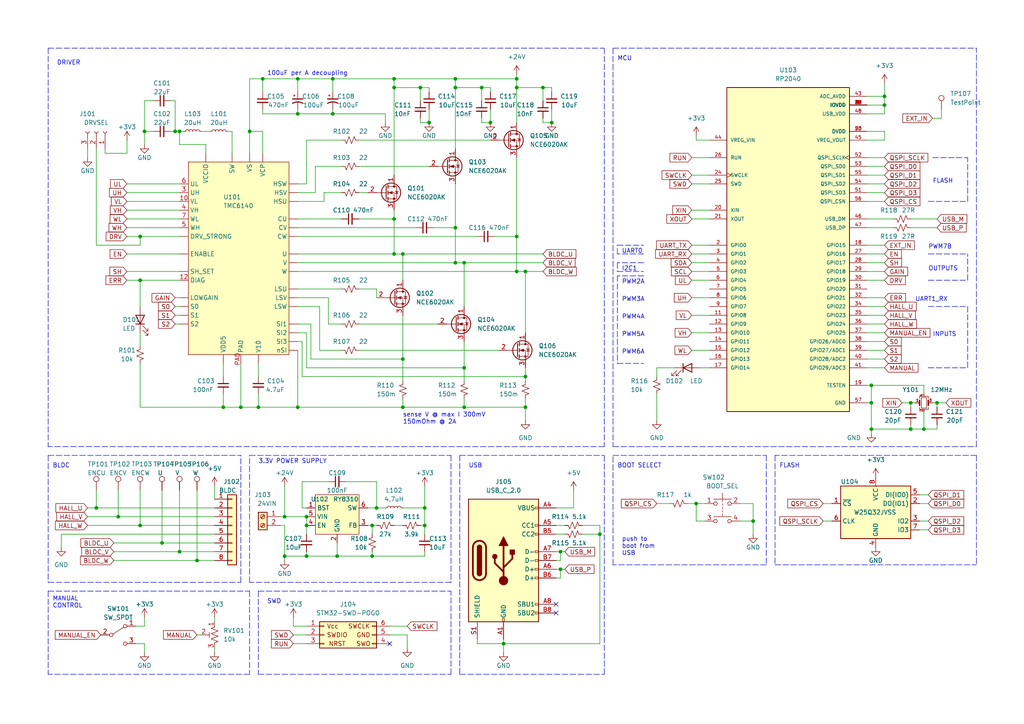
<source format=kicad_sch>
(kicad_sch (version 20211123) (generator eeschema)
  (paper "A4")
  (title_block (title "RP2040_ESC") (date "2022-11-07") (rev "0.1") (company "matei repair lab"))
  (junction (at 142.24 35.56))
  (junction (at 201.93 146.05))
  (junction (at 132.08 76.2))
  (junction (at 162.56 165.1))
  (junction (at 82.55 161.29))
  (junction (at 109.22 147.32))
  (junction (at 116.84 118.11))
  (junction (at 267.97 124.46))
  (junction (at 97.79 161.29))
  (junction (at 86.36 22.86))
  (junction (at 96.52 33.02))
  (junction (at 88.9 161.29))
  (junction (at 271.78 116.84))
  (junction (at 96.52 22.86))
  (junction (at 134.62 118.11))
  (junction (at 72.39 38.1))
  (junction (at 40.64 68.58))
  (junction (at 152.4 109.22))
  (junction (at 88.9 149.86))
  (junction (at 149.86 25.4))
  (junction (at 121.92 25.4))
  (junction (at 76.2 22.86))
  (junction (at 50.8 38.1))
  (junction (at 149.86 68.58))
  (junction (at 107.95 161.29))
  (junction (at 152.4 118.11))
  (junction (at 256.54 27.94))
  (junction (at 256.54 30.48))
  (junction (at 69.85 118.11))
  (junction (at 252.73 111.76))
  (junction (at 252.73 124.46))
  (junction (at 134.62 76.2))
  (junction (at 107.95 152.4))
  (junction (at 40.64 152.4))
  (junction (at 34.29 149.86))
  (junction (at 157.48 25.4))
  (junction (at 116.84 104.14))
  (junction (at 27.94 147.32))
  (junction (at 134.62 106.68))
  (junction (at 146.05 186.69))
  (junction (at 132.08 22.86))
  (junction (at 160.02 35.56))
  (junction (at 88.9 152.4))
  (junction (at 264.16 116.84))
  (junction (at 40.64 81.28))
  (junction (at 132.08 25.4))
  (junction (at 124.46 35.56))
  (junction (at 82.55 149.86))
  (junction (at 123.19 152.4))
  (junction (at 114.3 73.66))
  (junction (at 149.86 22.86))
  (junction (at 152.4 78.74))
  (junction (at 264.16 124.46))
  (junction (at 123.19 147.32))
  (junction (at 218.44 151.13))
  (junction (at 57.15 162.56))
  (junction (at 173.99 154.94))
  (junction (at 86.36 118.11))
  (junction (at 132.08 66.04))
  (junction (at 52.07 160.02))
  (junction (at 114.3 63.5))
  (junction (at 149.86 78.74))
  (junction (at 139.7 25.4))
  (junction (at 41.91 38.1))
  (junction (at 46.99 157.48))
  (junction (at 64.77 118.11))
  (junction (at 252.73 116.84))
  (junction (at 114.3 22.86))
  (junction (at 52.07 38.1))
  (junction (at 74.93 118.11))
  (junction (at 86.36 33.02))
  (junction (at 162.56 160.02))
  (junction (at 114.3 25.4))
  (junction (at 116.84 73.66))
  (no_connect (at 113.03 186.69))
  (no_connect (at 161.29 175.26))
  (no_connect (at 161.29 177.8))
  (wire (pts (xy 132.08 25.4) (xy 139.7 25.4)))
  (wire (pts (xy 85.09 184.15) (xy 88.9 184.15)))
  (wire (pts (xy 200.66 78.74) (xy 205.74 78.74)))
  (wire (pts (xy 104.14 40.64) (xy 142.24 40.64)))
  (wire (pts (xy 91.44 48.26) (xy 99.06 48.26)))
  (wire (pts (xy 33.02 160.02) (xy 52.07 160.02)))
  (wire (pts (xy 113.03 181.61) (xy 118.11 181.61)))
  (wire (pts (xy 266.7 143.51) (xy 269.24 143.51)))
  (wire (pts (xy 134.62 99.06) (xy 134.62 106.68)))
  (wire (pts (xy 86.36 93.98) (xy 90.17 93.98)))
  (wire (pts (xy 39.37 186.69) (xy 41.91 186.69)))
  (wire (pts (xy 34.29 149.86) (xy 62.23 149.86)))
  (wire (pts (xy 25.4 149.86) (xy 34.29 149.86)))
  (wire (pts (xy 57.15 162.56) (xy 62.23 162.56)))
  (wire (pts (xy 123.19 161.29) (xy 123.19 160.02)))
  (wire (pts (xy 251.46 93.98) (xy 256.54 93.98)))
  (wire (pts (xy 142.24 35.56) (xy 139.7 35.56)))
  (wire (pts (xy 132.08 25.4) (xy 132.08 43.18)))
  (wire (pts (xy 251.46 101.6) (xy 256.54 101.6)))
  (wire (pts (xy 152.4 78.74) (xy 152.4 96.52)))
  (wire (pts (xy 109.22 147.32) (xy 106.68 147.32)))
  (wire (pts (xy 251.46 58.42) (xy 256.54 58.42)))
  (polyline (pts (xy 280.67 58.42) (xy 280.67 45.72)))
  (wire (pts (xy 52.07 142.24) (xy 52.07 160.02)))
  (wire (pts (xy 27.94 147.32) (xy 62.23 147.32)))
  (wire (pts (xy 251.46 40.64) (xy 256.54 40.64)))
  (wire (pts (xy 96.52 33.02) (xy 111.76 33.02)))
  (wire (pts (xy 106.68 152.4) (xy 107.95 152.4)))
  (wire (pts (xy 252.73 116.84) (xy 252.73 124.46)))
  (wire (pts (xy 114.3 60.96) (xy 114.3 63.5)))
  (wire (pts (xy 96.52 22.86) (xy 114.3 22.86)))
  (wire (pts (xy 123.19 154.94) (xy 123.19 152.4)))
  (wire (pts (xy 104.14 93.98) (xy 127 93.98)))
  (wire (pts (xy 88.9 149.86) (xy 88.9 152.4)))
  (wire (pts (xy 200.66 53.34) (xy 205.74 53.34)))
  (wire (pts (xy 39.37 181.61) (xy 41.91 181.61)))
  (wire (pts (xy 251.46 50.8) (xy 256.54 50.8)))
  (wire (pts (xy 139.7 25.4) (xy 139.7 29.21)))
  (wire (pts (xy 86.36 26.67) (xy 86.36 22.86)))
  (wire (pts (xy 200.66 60.96) (xy 205.74 60.96)))
  (wire (pts (xy 95.25 86.36) (xy 95.25 93.98)))
  (polyline (pts (xy 186.69 80.01) (xy 179.07 80.01)))
  (wire (pts (xy 86.36 31.75) (xy 86.36 33.02)))
  (wire (pts (xy 125.73 66.04) (xy 132.08 66.04)))
  (polyline (pts (xy 269.24 58.42) (xy 280.67 58.42)))
  (polyline (pts (xy 179.07 73.66) (xy 179.07 71.12)))
  (polyline (pts (xy 283.21 132.08) (xy 224.79 132.08)))
  (wire (pts (xy 50.8 91.44) (xy 52.07 91.44)))
  (wire (pts (xy 46.99 142.24) (xy 46.99 157.48)))
  (wire (pts (xy 123.19 152.4) (xy 123.19 147.32)))
  (wire (pts (xy 190.5 114.3) (xy 190.5 121.92)))
  (polyline (pts (xy 13.97 13.97) (xy 13.97 129.54)))
  (wire (pts (xy 251.46 71.12) (xy 256.54 71.12)))
  (wire (pts (xy 114.3 25.4) (xy 114.3 22.86)))
  (wire (pts (xy 36.83 58.42) (xy 52.07 58.42)))
  (wire (pts (xy 252.73 124.46) (xy 252.73 125.73)))
  (wire (pts (xy 40.64 142.24) (xy 40.64 152.4)))
  (wire (pts (xy 50.8 38.1) (xy 52.07 38.1)))
  (wire (pts (xy 270.51 116.84) (xy 271.78 116.84)))
  (wire (pts (xy 161.29 167.64) (xy 162.56 167.64)))
  (wire (pts (xy 46.99 157.48) (xy 62.23 157.48)))
  (wire (pts (xy 134.62 115.57) (xy 134.62 118.11)))
  (wire (pts (xy 271.78 116.84) (xy 274.32 116.84)))
  (wire (pts (xy 273.05 34.29) (xy 270.51 34.29)))
  (wire (pts (xy 36.83 81.28) (xy 40.64 81.28)))
  (wire (pts (xy 36.83 73.66) (xy 52.07 73.66)))
  (wire (pts (xy 62.23 187.96) (xy 62.23 189.23)))
  (wire (pts (xy 152.4 109.22) (xy 152.4 106.68)))
  (wire (pts (xy 114.3 22.86) (xy 132.08 22.86)))
  (wire (pts (xy 40.64 68.58) (xy 52.07 68.58)))
  (wire (pts (xy 88.9 152.4) (xy 88.9 154.94)))
  (wire (pts (xy 86.36 118.11) (xy 74.93 118.11)))
  (wire (pts (xy 49.53 29.21) (xy 50.8 29.21)))
  (wire (pts (xy 82.55 161.29) (xy 82.55 162.56)))
  (polyline (pts (xy 269.24 73.66) (xy 280.67 73.66)))
  (wire (pts (xy 52.07 38.1) (xy 53.34 38.1)))
  (wire (pts (xy 214.63 146.05) (xy 218.44 146.05)))
  (wire (pts (xy 116.84 118.11) (xy 134.62 118.11)))
  (wire (pts (xy 36.83 68.58) (xy 40.64 68.58)))
  (wire (pts (xy 104.14 63.5) (xy 114.3 63.5)))
  (wire (pts (xy 86.36 63.5) (xy 99.06 63.5)))
  (wire (pts (xy 86.36 99.06) (xy 87.63 99.06)))
  (wire (pts (xy 251.46 78.74) (xy 256.54 78.74)))
  (polyline (pts (xy 270.51 45.72) (xy 280.67 45.72)))
  (polyline (pts (xy 177.8 129.54) (xy 283.21 129.54)))
  (wire (pts (xy 166.37 142.24) (xy 166.37 147.32)))
  (wire (pts (xy 266.7 146.05) (xy 269.24 146.05)))
  (wire (pts (xy 114.3 25.4) (xy 121.92 25.4)))
  (wire (pts (xy 36.83 63.5) (xy 52.07 63.5)))
  (wire (pts (xy 161.29 152.4) (xy 163.83 152.4)))
  (wire (pts (xy 261.62 116.84) (xy 264.16 116.84)))
  (wire (pts (xy 113.03 184.15) (xy 118.11 184.15)))
  (wire (pts (xy 86.36 73.66) (xy 114.3 73.66)))
  (wire (pts (xy 36.83 53.34) (xy 52.07 53.34)))
  (polyline (pts (xy 13.97 132.08) (xy 13.97 168.91)))
  (wire (pts (xy 200.66 73.66) (xy 205.74 73.66)))
  (wire (pts (xy 267.97 119.38) (xy 267.97 124.46)))
  (wire (pts (xy 267.97 124.46) (xy 264.16 124.46)))
  (wire (pts (xy 66.04 38.1) (xy 67.31 38.1)))
  (wire (pts (xy 152.4 118.11) (xy 152.4 115.57)))
  (wire (pts (xy 87.63 139.7) (xy 95.25 139.7)))
  (wire (pts (xy 114.3 152.4) (xy 116.84 152.4)))
  (polyline (pts (xy 72.39 171.45) (xy 72.39 195.58)))
  (wire (pts (xy 86.36 53.34) (xy 88.9 53.34)))
  (wire (pts (xy 92.71 88.9) (xy 92.71 101.6)))
  (wire (pts (xy 82.55 152.4) (xy 82.55 161.29)))
  (wire (pts (xy 160.02 31.75) (xy 160.02 35.56)))
  (wire (pts (xy 124.46 25.4) (xy 124.46 26.67)))
  (wire (pts (xy 139.7 34.29) (xy 139.7 35.56)))
  (wire (pts (xy 251.46 86.36) (xy 256.54 86.36)))
  (wire (pts (xy 267.97 114.3) (xy 267.97 111.76)))
  (wire (pts (xy 86.36 68.58) (xy 138.43 68.58)))
  (wire (pts (xy 96.52 33.02) (xy 86.36 33.02)))
  (polyline (pts (xy 177.8 132.08) (xy 222.25 132.08)))
  (polyline (pts (xy 175.26 13.97) (xy 175.26 129.54)))
  (wire (pts (xy 160.02 25.4) (xy 160.02 26.67)))
  (polyline (pts (xy 177.8 13.97) (xy 177.8 129.54)))
  (wire (pts (xy 161.29 154.94) (xy 163.83 154.94)))
  (wire (pts (xy 88.9 147.32) (xy 87.63 147.32)))
  (polyline (pts (xy 179.07 71.12) (xy 186.69 71.12)))
  (wire (pts (xy 62.23 179.07) (xy 62.23 180.34)))
  (polyline (pts (xy 74.93 171.45) (xy 74.93 195.58)))
  (wire (pts (xy 87.63 147.32) (xy 87.63 139.7)))
  (wire (pts (xy 50.8 88.9) (xy 52.07 88.9)))
  (wire (pts (xy 267.97 111.76) (xy 252.73 111.76)))
  (wire (pts (xy 152.4 110.49) (xy 152.4 109.22)))
  (wire (pts (xy 251.46 63.5) (xy 259.08 63.5)))
  (wire (pts (xy 251.46 106.68) (xy 256.54 106.68)))
  (polyline (pts (xy 175.26 195.58) (xy 175.26 132.08)))
  (polyline (pts (xy 269.24 106.68) (xy 280.67 106.68)))
  (wire (pts (xy 30.48 44.45) (xy 36.83 44.45)))
  (polyline (pts (xy 222.25 132.08) (xy 222.25 163.83)))
  (wire (pts (xy 121.92 25.4) (xy 121.92 29.21)))
  (wire (pts (xy 214.63 151.13) (xy 218.44 151.13)))
  (wire (pts (xy 40.64 71.12) (xy 27.94 71.12)))
  (wire (pts (xy 200.66 63.5) (xy 205.74 63.5)))
  (wire (pts (xy 33.02 157.48) (xy 46.99 157.48)))
  (wire (pts (xy 132.08 66.04) (xy 132.08 76.2)))
  (wire (pts (xy 139.7 25.4) (xy 142.24 25.4)))
  (wire (pts (xy 41.91 29.21) (xy 44.45 29.21)))
  (wire (pts (xy 160.02 35.56) (xy 157.48 35.56)))
  (polyline (pts (xy 175.26 129.54) (xy 13.97 129.54)))
  (wire (pts (xy 264.16 66.04) (xy 271.78 66.04)))
  (wire (pts (xy 201.93 146.05) (xy 201.93 151.13)))
  (wire (pts (xy 200.66 101.6) (xy 205.74 101.6)))
  (polyline (pts (xy 280.67 88.9) (xy 280.67 106.68)))
  (wire (pts (xy 17.78 154.94) (xy 17.78 158.75)))
  (polyline (pts (xy 177.8 163.83) (xy 177.8 132.08)))
  (wire (pts (xy 52.07 160.02) (xy 62.23 160.02)))
  (wire (pts (xy 76.2 31.75) (xy 76.2 33.02)))
  (wire (pts (xy 25.4 152.4) (xy 40.64 152.4)))
  (polyline (pts (xy 13.97 13.97) (xy 175.26 13.97)))
  (wire (pts (xy 57.15 142.24) (xy 57.15 162.56)))
  (wire (pts (xy 251.46 116.84) (xy 252.73 116.84)))
  (polyline (pts (xy 179.07 78.74) (xy 186.69 78.74)))
  (wire (pts (xy 86.36 58.42) (xy 93.98 58.42)))
  (wire (pts (xy 64.77 105.41) (xy 64.77 109.22)))
  (wire (pts (xy 267.97 124.46) (xy 271.78 124.46)))
  (wire (pts (xy 114.3 63.5) (xy 114.3 73.66)))
  (wire (pts (xy 36.83 78.74) (xy 52.07 78.74)))
  (polyline (pts (xy 74.93 195.58) (xy 130.81 195.58)))
  (wire (pts (xy 58.42 38.1) (xy 60.96 38.1)))
  (wire (pts (xy 251.46 81.28) (xy 256.54 81.28)))
  (polyline (pts (xy 13.97 171.45) (xy 72.39 171.45)))
  (wire (pts (xy 162.56 165.1) (xy 163.83 165.1)))
  (wire (pts (xy 107.95 154.94) (xy 107.95 152.4)))
  (polyline (pts (xy 179.07 76.2) (xy 179.07 78.74)))
  (wire (pts (xy 200.66 76.2) (xy 205.74 76.2)))
  (wire (pts (xy 40.64 105.41) (xy 40.64 118.11)))
  (wire (pts (xy 152.4 118.11) (xy 152.4 121.92)))
  (wire (pts (xy 96.52 22.86) (xy 96.52 26.67)))
  (wire (pts (xy 33.02 162.56) (xy 57.15 162.56)))
  (wire (pts (xy 116.84 91.44) (xy 116.84 104.14)))
  (wire (pts (xy 173.99 154.94) (xy 173.99 186.69)))
  (wire (pts (xy 40.64 81.28) (xy 40.64 88.9)))
  (polyline (pts (xy 186.69 76.2) (xy 179.07 76.2)))
  (wire (pts (xy 69.85 105.41) (xy 69.85 118.11)))
  (wire (pts (xy 199.39 146.05) (xy 201.93 146.05)))
  (wire (pts (xy 74.93 105.41) (xy 74.93 109.22)))
  (polyline (pts (xy 269.24 88.9) (xy 280.67 88.9)))
  (wire (pts (xy 149.86 78.74) (xy 152.4 78.74)))
  (wire (pts (xy 200.66 96.52) (xy 205.74 96.52)))
  (wire (pts (xy 149.86 45.72) (xy 149.86 68.58)))
  (polyline (pts (xy 69.85 168.91) (xy 69.85 132.08)))
  (wire (pts (xy 76.2 38.1) (xy 72.39 38.1)))
  (polyline (pts (xy 72.39 168.91) (xy 72.39 132.08)))
  (wire (pts (xy 251.46 48.26) (xy 256.54 48.26)))
  (wire (pts (xy 264.16 116.84) (xy 265.43 116.84)))
  (wire (pts (xy 41.91 179.07) (xy 41.91 181.61)))
  (polyline (pts (xy 179.07 105.41) (xy 186.69 105.41)))
  (wire (pts (xy 40.64 96.52) (xy 40.64 100.33)))
  (wire (pts (xy 251.46 27.94) (xy 256.54 27.94)))
  (wire (pts (xy 86.36 96.52) (xy 88.9 96.52)))
  (polyline (pts (xy 186.69 73.66) (xy 179.07 73.66)))
  (wire (pts (xy 271.78 118.11) (xy 271.78 116.84)))
  (wire (pts (xy 149.86 25.4) (xy 149.86 35.56)))
  (wire (pts (xy 58.42 184.15) (xy 57.15 184.15)))
  (polyline (pts (xy 222.25 163.83) (xy 177.8 163.83)))
  (wire (pts (xy 121.92 25.4) (xy 124.46 25.4)))
  (wire (pts (xy 251.46 88.9) (xy 256.54 88.9)))
  (wire (pts (xy 82.55 161.29) (xy 88.9 161.29)))
  (polyline (pts (xy 72.39 195.58) (xy 13.97 195.58)))
  (wire (pts (xy 92.71 101.6) (xy 99.06 101.6)))
  (wire (pts (xy 86.36 66.04) (xy 120.65 66.04)))
  (wire (pts (xy 27.94 142.24) (xy 27.94 147.32)))
  (wire (pts (xy 88.9 160.02) (xy 88.9 161.29)))
  (wire (pts (xy 25.4 147.32) (xy 27.94 147.32)))
  (wire (pts (xy 74.93 118.11) (xy 69.85 118.11)))
  (wire (pts (xy 157.48 25.4) (xy 157.48 29.21)))
  (wire (pts (xy 251.46 104.14) (xy 256.54 104.14)))
  (wire (pts (xy 251.46 99.06) (xy 256.54 99.06)))
  (wire (pts (xy 96.52 31.75) (xy 96.52 33.02)))
  (wire (pts (xy 88.9 53.34) (xy 88.9 40.64)))
  (polyline (pts (xy 13.97 171.45) (xy 13.97 195.58)))
  (wire (pts (xy 162.56 167.64) (xy 162.56 165.1)))
  (wire (pts (xy 104.14 55.88) (xy 106.68 55.88)))
  (wire (pts (xy 251.46 33.02) (xy 256.54 33.02)))
  (wire (pts (xy 107.95 161.29) (xy 123.19 161.29)))
  (wire (pts (xy 40.64 81.28) (xy 52.07 81.28)))
  (wire (pts (xy 59.69 41.91) (xy 59.69 44.45)))
  (wire (pts (xy 87.63 99.06) (xy 87.63 109.22)))
  (wire (pts (xy 86.36 22.86) (xy 96.52 22.86)))
  (wire (pts (xy 116.84 73.66) (xy 116.84 81.28)))
  (wire (pts (xy 271.78 124.46) (xy 271.78 123.19)))
  (polyline (pts (xy 283.21 129.54) (xy 283.21 13.97)))
  (wire (pts (xy 264.16 124.46) (xy 264.16 123.19)))
  (wire (pts (xy 121.92 152.4) (xy 123.19 152.4)))
  (wire (pts (xy 104.14 83.82) (xy 109.22 83.82)))
  (wire (pts (xy 173.99 152.4) (xy 173.99 154.94)))
  (wire (pts (xy 86.36 86.36) (xy 95.25 86.36)))
  (wire (pts (xy 134.62 76.2) (xy 157.48 76.2)))
  (wire (pts (xy 86.36 55.88) (xy 91.44 55.88)))
  (wire (pts (xy 88.9 161.29) (xy 97.79 161.29)))
  (wire (pts (xy 62.23 154.94) (xy 17.78 154.94)))
  (wire (pts (xy 85.09 179.07) (xy 85.09 181.61)))
  (wire (pts (xy 64.77 118.11) (xy 69.85 118.11)))
  (wire (pts (xy 114.3 73.66) (xy 116.84 73.66)))
  (wire (pts (xy 76.2 22.86) (xy 76.2 26.67)))
  (wire (pts (xy 142.24 25.4) (xy 142.24 26.67)))
  (wire (pts (xy 41.91 186.69) (xy 41.91 189.23)))
  (wire (pts (xy 251.46 30.48) (xy 256.54 30.48)))
  (polyline (pts (xy 74.93 171.45) (xy 130.81 171.45)))
  (wire (pts (xy 86.36 22.86) (xy 76.2 22.86)))
  (wire (pts (xy 86.36 78.74) (xy 149.86 78.74)))
  (wire (pts (xy 161.29 160.02) (xy 162.56 160.02)))
  (wire (pts (xy 72.39 22.86) (xy 72.39 38.1)))
  (wire (pts (xy 256.54 27.94) (xy 256.54 24.13)))
  (wire (pts (xy 149.86 21.59) (xy 149.86 22.86)))
  (wire (pts (xy 76.2 44.45) (xy 76.2 38.1)))
  (wire (pts (xy 95.25 93.98) (xy 99.06 93.98)))
  (wire (pts (xy 132.08 22.86) (xy 149.86 22.86)))
  (wire (pts (xy 124.46 31.75) (xy 124.46 35.56)))
  (wire (pts (xy 76.2 33.02) (xy 86.36 33.02)))
  (wire (pts (xy 143.51 68.58) (xy 149.86 68.58)))
  (wire (pts (xy 116.84 115.57) (xy 116.84 118.11)))
  (wire (pts (xy 116.84 73.66) (xy 157.48 73.66)))
  (wire (pts (xy 34.29 142.24) (xy 34.29 149.86)))
  (wire (pts (xy 251.46 53.34) (xy 256.54 53.34)))
  (wire (pts (xy 238.76 151.13) (xy 241.3 151.13)))
  (wire (pts (xy 64.77 114.3) (xy 64.77 118.11)))
  (wire (pts (xy 218.44 146.05) (xy 218.44 151.13)))
  (wire (pts (xy 266.7 153.67) (xy 269.24 153.67)))
  (wire (pts (xy 111.76 33.02) (xy 111.76 35.56)))
  (wire (pts (xy 168.91 152.4) (xy 173.99 152.4)))
  (wire (pts (xy 161.29 147.32) (xy 166.37 147.32)))
  (wire (pts (xy 200.66 91.44) (xy 205.74 91.44)))
  (wire (pts (xy 132.08 53.34) (xy 132.08 66.04)))
  (wire (pts (xy 256.54 38.1) (xy 256.54 40.64)))
  (polyline (pts (xy 130.81 195.58) (xy 130.81 171.45)))
  (wire (pts (xy 81.28 152.4) (xy 82.55 152.4)))
  (wire (pts (xy 124.46 35.56) (xy 121.92 35.56)))
  (polyline (pts (xy 133.35 195.58) (xy 175.26 195.58)))
  (wire (pts (xy 251.46 66.04) (xy 259.08 66.04)))
  (wire (pts (xy 50.8 29.21) (xy 50.8 38.1)))
  (wire (pts (xy 162.56 165.1) (xy 161.29 165.1)))
  (polyline (pts (xy 130.81 132.08) (xy 130.81 168.91)))
  (wire (pts (xy 251.46 38.1) (xy 256.54 38.1)))
  (wire (pts (xy 134.62 76.2) (xy 134.62 88.9)))
  (wire (pts (xy 36.83 60.96) (xy 52.07 60.96)))
  (wire (pts (xy 123.19 147.32) (xy 123.19 140.97)))
  (polyline (pts (xy 130.81 168.91) (xy 72.39 168.91)))
  (wire (pts (xy 251.46 45.72) (xy 256.54 45.72)))
  (polyline (pts (xy 13.97 168.91) (xy 69.85 168.91)))
  (wire (pts (xy 205.74 106.68) (xy 203.2 106.68)))
  (wire (pts (xy 97.79 157.48) (xy 97.79 161.29)))
  (wire (pts (xy 266.7 151.13) (xy 269.24 151.13)))
  (polyline (pts (xy 133.35 132.08) (xy 133.35 195.58)))
  (wire (pts (xy 40.64 152.4) (xy 62.23 152.4)))
  (polyline (pts (xy 280.67 81.28) (xy 280.67 73.66)))
  (wire (pts (xy 74.93 114.3) (xy 74.93 118.11)))
  (wire (pts (xy 162.56 162.56) (xy 162.56 160.02)))
  (wire (pts (xy 88.9 40.64) (xy 99.06 40.64)))
  (wire (pts (xy 50.8 86.36) (xy 52.07 86.36)))
  (polyline (pts (xy 177.8 13.97) (xy 283.21 13.97)))
  (wire (pts (xy 85.09 186.69) (xy 88.9 186.69)))
  (wire (pts (xy 109.22 83.82) (xy 109.22 86.36)))
  (wire (pts (xy 87.63 109.22) (xy 152.4 109.22)))
  (wire (pts (xy 201.93 40.64) (xy 205.74 40.64)))
  (wire (pts (xy 251.46 76.2) (xy 256.54 76.2)))
  (wire (pts (xy 149.86 22.86) (xy 149.86 25.4)))
  (wire (pts (xy 256.54 33.02) (xy 256.54 30.48)))
  (wire (pts (xy 88.9 106.68) (xy 134.62 106.68)))
  (wire (pts (xy 116.84 104.14) (xy 116.84 110.49)))
  (wire (pts (xy 200.66 81.28) (xy 205.74 81.28)))
  (wire (pts (xy 93.98 58.42) (xy 93.98 55.88)))
  (wire (pts (xy 114.3 50.8) (xy 114.3 25.4)))
  (wire (pts (xy 238.76 146.05) (xy 241.3 146.05)))
  (polyline (pts (xy 133.35 132.08) (xy 175.26 132.08)))
  (wire (pts (xy 107.95 152.4) (xy 109.22 152.4)))
  (wire (pts (xy 107.95 161.29) (xy 107.95 160.02)))
  (wire (pts (xy 264.16 63.5) (xy 271.78 63.5)))
  (wire (pts (xy 27.94 71.12) (xy 27.94 43.18)))
  (wire (pts (xy 86.36 118.11) (xy 116.84 118.11)))
  (wire (pts (xy 146.05 186.69) (xy 146.05 185.42)))
  (wire (pts (xy 132.08 22.86) (xy 132.08 25.4)))
  (wire (pts (xy 52.07 41.91) (xy 59.69 41.91)))
  (wire (pts (xy 251.46 111.76) (xy 252.73 111.76)))
  (wire (pts (xy 273.05 31.75) (xy 273.05 34.29)))
  (wire (pts (xy 190.5 106.68) (xy 190.5 109.22)))
  (wire (pts (xy 109.22 139.7) (xy 109.22 147.32)))
  (wire (pts (xy 157.48 25.4) (xy 160.02 25.4)))
  (wire (pts (xy 62.23 140.97) (xy 62.23 144.78)))
  (wire (pts (xy 252.73 124.46) (xy 264.16 124.46)))
  (wire (pts (xy 168.91 154.94) (xy 173.99 154.94)))
  (wire (pts (xy 41.91 38.1) (xy 41.91 29.21)))
  (wire (pts (xy 200.66 86.36) (xy 205.74 86.36)))
  (wire (pts (xy 200.66 50.8) (xy 205.74 50.8)))
  (wire (pts (xy 82.55 149.86) (xy 88.9 149.86)))
  (wire (pts (xy 200.66 71.12) (xy 205.74 71.12)))
  (wire (pts (xy 49.53 38.1) (xy 50.8 38.1)))
  (wire (pts (xy 52.07 38.1) (xy 52.07 41.91)))
  (polyline (pts (xy 179.07 80.01) (xy 179.07 105.41)))
  (wire (pts (xy 86.36 83.82) (xy 99.06 83.82)))
  (wire (pts (xy 264.16 118.11) (xy 264.16 116.84)))
  (polyline (pts (xy 283.21 132.08) (xy 283.21 163.83)))
  (wire (pts (xy 82.55 140.97) (xy 82.55 149.86)))
  (wire (pts (xy 40.64 118.11) (xy 64.77 118.11)))
  (wire (pts (xy 121.92 34.29) (xy 121.92 35.56)))
  (wire (pts (xy 40.64 71.12) (xy 40.64 68.58)))
  (wire (pts (xy 109.22 147.32) (xy 111.76 147.32)))
  (polyline (pts (xy 224.79 163.83) (xy 283.21 163.83)))
  (wire (pts (xy 76.2 22.86) (xy 72.39 22.86)))
  (wire (pts (xy 251.46 73.66) (xy 256.54 73.66)))
  (wire (pts (xy 81.28 149.86) (xy 82.55 149.86)))
  (wire (pts (xy 218.44 151.13) (xy 218.44 154.94)))
  (wire (pts (xy 200.66 45.72) (xy 205.74 45.72)))
  (wire (pts (xy 118.11 184.15) (xy 118.11 187.96)))
  (wire (pts (xy 157.48 34.29) (xy 157.48 35.56)))
  (wire (pts (xy 142.24 31.75) (xy 142.24 35.56)))
  (wire (pts (xy 88.9 181.61) (xy 85.09 181.61)))
  (polyline (pts (xy 13.97 132.08) (xy 69.85 132.08)))
  (polyline (pts (xy 269.24 81.28) (xy 280.67 81.28)))
  (wire (pts (xy 25.4 43.18) (xy 25.4 45.72)))
  (wire (pts (xy 41.91 41.91) (xy 41.91 38.1)))
  (wire (pts (xy 149.86 68.58) (xy 149.86 78.74)))
  (wire (pts (xy 36.83 55.88) (xy 52.07 55.88)))
  (wire (pts (xy 88.9 96.52) (xy 88.9 106.68)))
  (wire (pts (xy 195.58 106.68) (xy 190.5 106.68)))
  (wire (pts (xy 190.5 146.05) (xy 194.31 146.05)))
  (wire (pts (xy 104.14 48.26) (xy 124.46 48.26)))
  (wire (pts (xy 149.86 25.4) (xy 157.48 25.4)))
  (wire (pts (xy 86.36 76.2) (xy 132.08 76.2)))
  (wire (pts (xy 251.46 91.44) (xy 256.54 91.44)))
  (wire (pts (xy 138.43 185.42) (xy 138.43 186.69)))
  (wire (pts (xy 86.36 88.9) (xy 92.71 88.9)))
  (wire (pts (xy 86.36 101.6) (xy 86.36 118.11)))
  (wire (pts (xy 97.79 161.29) (xy 107.95 161.29)))
  (wire (pts (xy 134.62 118.11) (xy 152.4 118.11)))
  (wire (pts (xy 161.29 162.56) (xy 162.56 162.56)))
  (wire (pts (xy 134.62 106.68) (xy 134.62 110.49)))
  (wire (pts (xy 93.98 55.88) (xy 99.06 55.88)))
  (wire (pts (xy 72.39 38.1) (xy 72.39 44.45)))
  (wire (pts (xy 50.8 93.98) (xy 52.07 93.98)))
  (wire (pts (xy 201.93 151.13) (xy 204.47 151.13)))
  (wire (pts (xy 146.05 186.69) (xy 146.05 189.23)))
  (wire (pts (xy 201.93 39.37) (xy 201.93 40.64)))
  (wire (pts (xy 90.17 93.98) (xy 90.17 104.14)))
  (polyline (pts (xy 72.39 132.08) (xy 130.81 132.08)))
  (wire (pts (xy 162.56 160.02) (xy 163.83 160.02)))
  (wire (pts (xy 256.54 30.48) (xy 256.54 27.94)))
  (wire (pts (xy 152.4 78.74) (xy 157.48 78.74)))
  (wire (pts (xy 132.08 76.2) (xy 134.62 76.2)))
  (wire (pts (xy 36.83 66.04) (xy 52.07 66.04)))
  (wire (pts (xy 30.48 43.18) (xy 30.48 44.45)))
  (wire (pts (xy 116.84 147.32) (xy 123.19 147.32)))
  (wire (pts (xy 91.44 55.88) (xy 91.44 48.26)))
  (wire (pts (xy 36.83 44.45) (xy 36.83 40.64)))
  (polyline (pts (xy 224.79 132.08) (xy 224.79 163.83)))
  (wire (pts (xy 251.46 96.52) (xy 256.54 96.52)))
  (wire (pts (xy 204.47 146.05) (xy 201.93 146.05)))
  (wire (pts (xy 252.73 111.76) (xy 252.73 116.84)))
  (wire (pts (xy 251.46 55.88) (xy 256.54 55.88)))
  (wire (pts (xy 100.33 139.7) (xy 109.22 139.7)))
  (wire (pts (xy 41.91 38.1) (xy 44.45 38.1)))
  (wire (pts (xy 138.43 186.69) (xy 146.05 186.69)))
  (wire (pts (xy 90.17 104.14) (xy 116.84 104.14)))
  (wire (pts (xy 104.14 101.6) (xy 144.78 101.6)))
  (wire (pts (xy 67.31 38.1) (xy 67.31 44.45)))
  (wire (pts (xy 173.99 186.69) (xy 146.05 186.69)))
  (text "UART0" (at 180.34 73.66 0) (effects (font (size 1.27 1.27)) (justify left bottom)))
  (text "FLASH" (at 226.06 135.89 0) (effects (font (size 1.27 1.27)) (justify left bottom)))
  (text "PWM5A" (at 180.34 97.79 0) (effects (font (size 1.27 1.27)) (justify left bottom)))
  (text "BOOT SELECT" (at 179.07 135.89 0) (effects (font (size 1.27 1.27)) (justify left bottom)))
  (text "UART1_RX\n" (at 265.43 87.63 0) (effects (font (size 1.27 1.27)) (justify left bottom)))
  (text "PWM6A" (at 180.34 102.87 0) (effects (font (size 1.27 1.27)) (justify left bottom)))
  (text "BLDC" (at 15.24 135.89 0) (effects (font (size 1.27 1.27)) (justify left bottom)))
  (text "PWM2A" (at 180.34 82.55 0) (effects (font (size 1.27 1.27)) (justify left bottom)))
  (text "USB" (at 135.89 135.89 0) (effects (font (size 1.27 1.27)) (justify left bottom)))
  (text "sense V @ max I 300mV\n150mOhm @ 2A" (at 116.84 123.19 0) (effects (font (size 1.27 1.27)) (justify left bottom)))
  (text "PWM3A" (at 180.34 87.63 0) (effects (font (size 1.27 1.27)) (justify left bottom)))
  (text "PWM7B" (at 269.24 72.39 0) (effects (font (size 1.27 1.27)) (justify left bottom)))
  (text "I2C1" (at 180.34 78.74 0) (effects (font (size 1.27 1.27)) (justify left bottom)))
  (text "PWM4A" (at 180.34 92.71 0) (effects (font (size 1.27 1.27)) (justify left bottom)))
  (text "INPUTS" (at 270.51 97.79 0) (effects (font (size 1.27 1.27)) (justify left bottom)))
  (text "DRIVER" (at 16.51 19.05 0) (effects (font (size 1.27 1.27)) (justify left bottom)))
  (text "push to\nboot from \nUSB" (at 180.34 161.29 0) (effects (font (size 1.27 1.27)) (justify left bottom)))
  (text "MCU" (at 179.07 17.78 0) (effects (font (size 1.27 1.27)) (justify left bottom)))
  (text "MANUAL\nCONTROL\n" (at 15.24 176.53 0) (effects (font (size 1.27 1.27)) (justify left bottom)))
  (text "SWD\n" (at 77.47 175.26 0) (effects (font (size 1.27 1.27)) (justify left bottom)))
  (text "OUTPUTS" (at 269.24 78.74 0) (effects (font (size 1.27 1.27)) (justify left bottom)))
  (text "100uF per A decoupling\n\n" (at 77.47 24.13 0) (effects (font (size 1.27 1.27)) (justify left bottom)))
  (text "FLASH" (at 270.51 53.34 0) (effects (font (size 1.27 1.27)) (justify left bottom)))
  (text "3.3V POWER SUPPLY" (at 74.93 134.62 0) (effects (font (size 1.27 1.27)) (justify left bottom)))
  (global_label "USB_M" (shape input) (at 163.83 160.02 0) (property "Intersheet References" "${INTERSHEET_REFS}" (effects hide)))
  (global_label "BLDC_V" (shape input) (at 33.02 160.02 180) (property "Intersheet References" "${INTERSHEET_REFS}" (effects hide)))
  (global_label "SH" (shape input) (at 36.83 78.74 180) (property "Intersheet References" "${INTERSHEET_REFS}" (effects hide)))
  (global_label "S2" (shape input) (at 50.8 93.98 180) (property "Intersheet References" "${INTERSHEET_REFS}" (effects hide)))
  (global_label "GAIN" (shape input) (at 256.54 78.74 0) (property "Intersheet References" "${INTERSHEET_REFS}" (effects hide)))
  (global_label "BLDC_W" (shape input) (at 157.48 78.74 0) (property "Intersheet References" "${INTERSHEET_REFS}" (effects hide)))
  (global_label "RUN" (shape input) (at 200.66 45.72 180) (property "Intersheet References" "${INTERSHEET_REFS}" (effects hide)))
  (global_label "UL" (shape input) (at 36.83 53.34 180) (property "Intersheet References" "${INTERSHEET_REFS}" (effects hide)))
  (global_label "BLDC_V" (shape input) (at 157.48 76.2 0) (property "Intersheet References" "${INTERSHEET_REFS}" (effects hide)))
  (global_label "MANUAL_EN" (shape input) (at 256.54 96.52 0) (property "Intersheet References" "${INTERSHEET_REFS}" (effects hide)))
  (global_label "QSPI_D2" (shape input) (at 256.54 53.34 0) (property "Intersheet References" "${INTERSHEET_REFS}" (effects hide)))
  (global_label "QSPI_CS" (shape input) (at 190.5 146.05 180) (property "Intersheet References" "${INTERSHEET_REFS}" (effects hide)))
  (global_label "USB_M" (shape input) (at 271.78 63.5 0) (property "Intersheet References" "${INTERSHEET_REFS}" (effects hide)))
  (global_label "QSPI_SCLK" (shape input) (at 256.54 45.72 0) (property "Intersheet References" "${INTERSHEET_REFS}" (effects hide)))
  (global_label "HALL_U" (shape input) (at 25.4 147.32 180) (property "Intersheet References" "${INTERSHEET_REFS}" (effects hide)))
  (global_label "S0" (shape input) (at 256.54 99.06 0) (property "Intersheet References" "${INTERSHEET_REFS}" (effects hide)))
  (global_label "DRV" (shape input) (at 256.54 81.28 0) (property "Intersheet References" "${INTERSHEET_REFS}" (effects hide)))
  (global_label "WL" (shape input) (at 36.83 63.5 180) (property "Intersheet References" "${INTERSHEET_REFS}" (effects hide)))
  (global_label "HALL_W" (shape input) (at 256.54 93.98 0) (property "Intersheet References" "${INTERSHEET_REFS}" (effects hide)))
  (global_label "QSPI_CS" (shape input) (at 256.54 58.42 0) (property "Intersheet References" "${INTERSHEET_REFS}" (effects hide)))
  (global_label "BLDC_U" (shape input) (at 157.48 73.66 0) (property "Intersheet References" "${INTERSHEET_REFS}" (effects hide)))
  (global_label "SH" (shape input) (at 256.54 76.2 0) (property "Intersheet References" "${INTERSHEET_REFS}" (effects hide)))
  (global_label "SWD" (shape input) (at 200.66 53.34 180) (property "Intersheet References" "${INTERSHEET_REFS}" (effects hide)))
  (global_label "WH" (shape input) (at 36.83 66.04 180) (property "Intersheet References" "${INTERSHEET_REFS}" (effects hide)))
  (global_label "ERR" (shape input) (at 256.54 86.36 0) (property "Intersheet References" "${INTERSHEET_REFS}" (effects hide)))
  (global_label "QSPI_D0" (shape input) (at 256.54 48.26 0) (property "Intersheet References" "${INTERSHEET_REFS}" (effects hide)))
  (global_label "QSPI_SCLK" (shape input) (at 238.76 151.13 180) (property "Intersheet References" "${INTERSHEET_REFS}" (effects hide)))
  (global_label "QSPI_D3" (shape input) (at 269.24 153.67 0) (property "Intersheet References" "${INTERSHEET_REFS}" (effects hide)))
  (global_label "SWCLK" (shape input) (at 118.11 181.61 0) (property "Intersheet References" "${INTERSHEET_REFS}" (effects hide)))
  (global_label "SCL" (shape input) (at 200.66 78.74 180) (property "Intersheet References" "${INTERSHEET_REFS}" (effects hide)))
  (global_label "MANUAL" (shape input) (at 256.54 106.68 0) (property "Intersheet References" "${INTERSHEET_REFS}" (effects hide)))
  (global_label "SWCLK" (shape input) (at 200.66 50.8 180) (property "Intersheet References" "${INTERSHEET_REFS}" (effects hide)))
  (global_label "HALL_W" (shape input) (at 25.4 152.4 180) (property "Intersheet References" "${INTERSHEET_REFS}" (effects hide)))
  (global_label "UL" (shape input) (at 200.66 81.28 180) (property "Intersheet References" "${INTERSHEET_REFS}" (effects hide)))
  (global_label "USB_P" (shape input) (at 163.83 165.1 0) (property "Intersheet References" "${INTERSHEET_REFS}" (effects hide)))
  (global_label "HALL_U" (shape input) (at 256.54 88.9 0) (property "Intersheet References" "${INTERSHEET_REFS}" (effects hide)))
  (global_label "XOUT" (shape input) (at 274.32 116.84 0) (property "Intersheet References" "${INTERSHEET_REFS}" (effects hide)))
  (global_label "UH" (shape input) (at 36.83 55.88 180) (property "Intersheet References" "${INTERSHEET_REFS}" (effects hide)))
  (global_label "ERR" (shape input) (at 36.83 81.28 180) (property "Intersheet References" "${INTERSHEET_REFS}" (effects hide)))
  (global_label "S0" (shape input) (at 50.8 88.9 180) (property "Intersheet References" "${INTERSHEET_REFS}" (effects hide)))
  (global_label "QSPI_D1" (shape input) (at 269.24 143.51 0) (property "Intersheet References" "${INTERSHEET_REFS}" (effects hide)))
  (global_label "QSPI_D3" (shape input) (at 256.54 55.88 0) (property "Intersheet References" "${INTERSHEET_REFS}" (effects hide)))
  (global_label "SWD" (shape input) (at 85.09 184.15 180) (property "Intersheet References" "${INTERSHEET_REFS}" (effects hide)))
  (global_label "VL" (shape input) (at 36.83 58.42 180) (property "Intersheet References" "${INTERSHEET_REFS}" (effects hide)))
  (global_label "BLDC_W" (shape input) (at 33.02 162.56 180) (property "Intersheet References" "${INTERSHEET_REFS}" (effects hide)))
  (global_label "MANUAL_EN" (shape input) (at 29.21 184.15 180) (property "Intersheet References" "${INTERSHEET_REFS}" (effects hide)))
  (global_label "QSPI_CS" (shape input) (at 238.76 146.05 180) (property "Intersheet References" "${INTERSHEET_REFS}" (effects hide)))
  (global_label "BLDC_U" (shape input) (at 33.02 157.48 180) (property "Intersheet References" "${INTERSHEET_REFS}" (effects hide)))
  (global_label "SDA" (shape input) (at 200.66 76.2 180) (property "Intersheet References" "${INTERSHEET_REFS}" (effects hide)))
  (global_label "HALL_V" (shape input) (at 256.54 91.44 0) (property "Intersheet References" "${INTERSHEET_REFS}" (effects hide)))
  (global_label "USB_P" (shape input) (at 271.78 66.04 0) (property "Intersheet References" "${INTERSHEET_REFS}" (effects hide)))
  (global_label "VL" (shape input) (at 200.66 91.44 180) (property "Intersheet References" "${INTERSHEET_REFS}" (effects hide)))
  (global_label "RUN" (shape input) (at 85.09 186.69 180) (property "Intersheet References" "${INTERSHEET_REFS}" (effects hide)))
  (global_label "EXT_IN" (shape input) (at 256.54 71.12 0) (property "Intersheet References" "${INTERSHEET_REFS}" (effects hide)))
  (global_label "XIN" (shape input) (at 200.66 60.96 180) (property "Intersheet References" "${INTERSHEET_REFS}" (effects hide)))
  (global_label "XOUT" (shape input) (at 200.66 63.5 180) (property "Intersheet References" "${INTERSHEET_REFS}" (effects hide)))
  (global_label "UART_RX" (shape input) (at 200.66 73.66 180) (property "Intersheet References" "${INTERSHEET_REFS}" (effects hide)))
  (global_label "EN" (shape input) (at 256.54 73.66 0) (property "Intersheet References" "${INTERSHEET_REFS}" (effects hide)))
  (global_label "DRV" (shape input) (at 36.83 68.58 180) (property "Intersheet References" "${INTERSHEET_REFS}" (effects hide)))
  (global_label "VH" (shape input) (at 200.66 96.52 180) (property "Intersheet References" "${INTERSHEET_REFS}" (effects hide)))
  (global_label "UART_TX" (shape input) (at 200.66 71.12 180) (property "Intersheet References" "${INTERSHEET_REFS}" (effects hide)))
  (global_label "MANUAL" (shape input) (at 57.15 184.15 180) (property "Intersheet References" "${INTERSHEET_REFS}" (effects hide)))
  (global_label "WL" (shape input) (at 200.66 101.6 180) (property "Intersheet References" "${INTERSHEET_REFS}" (effects hide)))
  (global_label "EXT_IN" (shape input) (at 270.51 34.29 180) (property "Intersheet References" "${INTERSHEET_REFS}" (effects hide)))
  (global_label "S2" (shape input) (at 256.54 104.14 0) (property "Intersheet References" "${INTERSHEET_REFS}" (effects hide)))
  (global_label "QSPI_D1" (shape input) (at 256.54 50.8 0) (property "Intersheet References" "${INTERSHEET_REFS}" (effects hide)))
  (global_label "GAIN" (shape input) (at 50.8 86.36 180) (property "Intersheet References" "${INTERSHEET_REFS}" (effects hide)))
  (global_label "VH" (shape input) (at 36.83 60.96 180) (property "Intersheet References" "${INTERSHEET_REFS}" (effects hide)))
  (global_label "S1" (shape input) (at 256.54 101.6 0) (property "Intersheet References" "${INTERSHEET_REFS}" (effects hide)))
  (global_label "HALL_V" (shape input) (at 25.4 149.86 180) (property "Intersheet References" "${INTERSHEET_REFS}" (effects hide)))
  (global_label "QSPI_D0" (shape input) (at 269.24 146.05 0) (property "Intersheet References" "${INTERSHEET_REFS}" (effects hide)))
  (global_label "EN" (shape input) (at 36.83 73.66 180) (property "Intersheet References" "${INTERSHEET_REFS}" (effects hide)))
  (global_label "XIN" (shape input) (at 261.62 116.84 180) (property "Intersheet References" "${INTERSHEET_REFS}" (effects hide)))
  (global_label "S1" (shape input) (at 50.8 91.44 180) (property "Intersheet References" "${INTERSHEET_REFS}" (effects hide)))
  (global_label "UH" (shape input) (at 200.66 86.36 180) (property "Intersheet References" "${INTERSHEET_REFS}" (effects hide)))
  (global_label "QSPI_D2" (shape input) (at 269.24 151.13 0) (property "Intersheet References" "${INTERSHEET_REFS}" (effects hide)))
  (symbol (lib_id "Device:R_Small_US") (at 152.4 113.03 0) (mirror y) (unit 1)
    (property "Reference" "R113" (at 144.78 111.76 0) (effects (justify right)))
    (property "Value" "150m" (at 144.78 114.3 0) (effects (justify right)))
    (property "Footprint" "Resistor_SMD:R_2512_6332Metric" (effects hide))
  )
  (symbol (lib_id "Connector:TestPoint") (at 57.15 142.24 0) (unit 1)
    (property "Reference" "TP106" (at 54.61 134.62 0) (effects (justify left)))
    (property "Value" "W" (at 55.88 137.16 0) (effects (justify left)))
    (property "Footprint" "TestPoint:TestPoint_Pad_1.5x1.5mm" (effects hide))
  )
  (symbol (lib_id "Device:C_Small") (at 64.77 111.76 0) (mirror y) (unit 1)
    (property "Reference" "C103" (at 57.15 110.49 0) (effects (justify right)))
    (property "Value" "100nF" (at 55.88 113.03 0) (effects (justify right)))
    (property "Footprint" "Capacitor_SMD:C_0402_1005Metric" (effects hide))
  )
  (symbol (lib_id "matei:STM32-SWD-POGO") (at 100.33 184.15 0) (unit 1)
    (property "Reference" "J104" (at 100.965 175.26 0))
    (property "Value" "STM32-SWD-POGO" (at 100.965 177.8 0))
    (property "Footprint" "matei:SWD_pogo_landing" (effects hide))
  )
  (symbol (lib_id "Device:C_Small") (at 140.97 68.58 90) (unit 1)
    (property "Reference" "C116" (at 138.43 66.04 90))
    (property "Value" "470nF" (at 144.78 66.04 90))
    (property "Footprint" "Capacitor_SMD:C_0402_1005Metric" (effects hide))
  )
  (symbol (lib_id "power:GND") (at 25.4 45.72 0) (unit 1)
    (property "Reference" "#PWR0102" (effects hide))
    (property "Value" "GND" (at 25.4 49.53 0))
  )
  (symbol (lib_id "power:GND") (at 111.76 35.56 0) (unit 1)
    (property "Reference" "#PWR0113" (effects hide))
    (property "Value" "GND" (at 111.76 39.37 0))
  )
  (symbol (lib_id "Device:R_Small_US") (at 196.85 146.05 270) (mirror x) (unit 1)
    (property "Reference" "R117" (at 195.58 143.51 90) (effects (justify right)))
    (property "Value" "1k" (at 200.66 143.51 90) (effects (justify right)))
    (property "Footprint" "Resistor_SMD:R_0402_1005Metric" (effects hide))
  )
  (symbol (lib_id "Device:Q_NMOS_DGS") (at 111.76 55.88 0) (unit 1)
    (property "Reference" "Q101" (at 118.11 54.6099 0) (effects (justify left)))
    (property "Value" "NCE6020AK" (at 118.11 57.1499 0) (effects (justify left)))
    (property "Footprint" "Package_TO_SOT_SMD:TO-252-2" (effects hide))
  )
  (symbol (lib_id "Device:C_Small") (at 139.7 31.75 0) (mirror y) (unit 1)
    (property "Reference" "C115" (at 132.08 30.48 0) (effects (justify right)))
    (property "Value" "10nF" (at 132.08 33.02 0) (effects (justify right)))
    (property "Footprint" "Capacitor_SMD:C_0402_1005Metric" (effects hide))
  )
  (symbol (lib_id "power:GND") (at 146.05 189.23 0) (unit 1)
    (property "Reference" "#PWR0118" (effects hide))
    (property "Value" "GND" (at 146.05 193.04 0))
  )
  (symbol (lib_id "Device:R_Small_US") (at 134.62 113.03 0) (mirror y) (unit 1)
    (property "Reference" "R112" (at 127 111.76 0) (effects (justify right)))
    (property "Value" "150m" (at 127 114.3 0) (effects (justify right)))
    (property "Footprint" "Resistor_SMD:R_2512_6332Metric" (effects hide))
  )
  (symbol (lib_id "power:+3V3") (at 36.83 40.64 0) (mirror y) (unit 1)
    (property "Reference" "#PWR0103" (effects hide))
    (property "Value" "+3V3" (at 36.83 36.83 0))
  )
  (symbol (lib_id "Device:C_Small") (at 157.48 31.75 0) (mirror y) (unit 1)
    (property "Reference" "C118" (at 149.86 30.48 0) (effects (justify right)))
    (property "Value" "10nF" (at 149.86 33.02 0) (effects (justify right)))
    (property "Footprint" "Capacitor_SMD:C_0402_1005Metric" (effects hide))
  )
  (symbol (lib_id "Device:LED") (at 199.39 106.68 0) (unit 1)
    (property "Reference" "D102" (at 195.58 110.49 0))
    (property "Value" "LED" (at 201.93 110.49 0))
    (property "Footprint" "Diode_SMD:D_0603_1608Metric" (effects hide))
  )
  (symbol (lib_id "Connector:TestPoint") (at 27.94 142.24 0) (unit 1)
    (property "Reference" "TP101" (at 25.4 134.62 0) (effects (justify left)))
    (property "Value" "ENCU" (at 25.4 137.16 0) (effects (justify left)))
    (property "Footprint" "TestPoint:TestPoint_Pad_1.5x1.5mm" (effects hide))
  )
  (symbol (lib_id "Device:R_Small_US") (at 261.62 63.5 270) (mirror x) (unit 1)
    (property "Reference" "R118" (at 260.35 60.96 90) (effects (justify right)))
    (property "Value" "27R" (at 265.43 60.96 90) (effects (justify right)))
    (property "Footprint" "Resistor_SMD:R_0603_1608Metric" (effects hide))
  )
  (symbol (lib_id "matei:RY8310") (at 97.79 152.4 0) (unit 1)
    (property "Reference" "U102" (at 92.71 144.78 0))
    (property "Value" "RY8310" (at 100.33 144.78 0))
    (property "Footprint" "Package_TO_SOT_SMD:SOT-23-6" (effects hide))
  )
  (symbol (lib_id "Device:L_Small") (at 114.3 147.32 90) (unit 1)
    (property "Reference" "L102" (at 114.3 142.24 90))
    (property "Value" "4.7uH" (at 114.3 144.78 90))
    (property "Footprint" "Inductor_SMD:L_Taiyo-Yuden_NR-30xx" (effects hide))
  )
  (symbol (lib_id "Switch:SW_Push_Dual") (at 209.55 146.05 0) (unit 1)
    (property "Reference" "SW102" (at 207.01 138.43 0))
    (property "Value" "BOOT_SEL" (at 209.55 140.97 0))
    (property "Footprint" "Resistor_SMD:R_0402_1005Metric" (effects hide))
  )
  (symbol (lib_id "RP2040:RP2040") (at 228.6 73.66 0) (unit 1)
    (property "Reference" "U103" (at 228.6 20.32 0))
    (property "Value" "RP2040" (at 228.6 22.86 0))
    (property "Footprint" "matei:QFN40P700X700X90-57N" (effects hide))
    (property "STANDARD" "IPC 7351B" (effects hide))
    (property "MAXIMUM_PACKAGE_HEIGHT" "0.9 mm" (effects hide))
    (property "MANUFACTURER" "Raspberry Pi" (effects hide))
    (property "PARTREV" "1.6.1" (effects hide))
  )
  (symbol (lib_id "Device:C_Small") (at 123.19 66.04 90) (unit 1)
    (property "Reference" "C112" (at 120.65 63.5 90))
    (property "Value" "470nF" (at 127 63.5 90))
    (property "Footprint" "Capacitor_SMD:C_0402_1005Metric" (effects hide))
  )
  (symbol (lib_id "Device:C_Polarized_Small_US") (at 96.52 29.21 0) (unit 1)
    (property "Reference" "C108" (at 102.87 27.94 0) (effects (justify right)))
    (property "Value" "100uF" (at 104.14 30.48 0) (effects (justify right)))
    (property "Footprint" "Capacitor_THT:CP_Axial_L18.0mm_D10.0mm_P25.00mm_Horizontal" (effects hide))
  )
  (symbol (lib_id "Device:R_Small_US") (at 101.6 48.26 90) (mirror x) (unit 1)
    (property "Reference" "R103" (at 99.06 45.72 90))
    (property "Value" "22" (at 105.41 45.72 90))
    (property "Footprint" "Resistor_SMD:R_0402_1005Metric" (effects hide))
  )
  (symbol (lib_id "Connector:Screw_Terminal_01x02") (at 76.2 149.86 0) (mirror y) (unit 1)
    (property "Reference" "J103" (at 76.2 143.51 0))
    (property "Value" "24VIN" (at 77.47 146.05 0))
    (property "Footprint" "Connector_JST:JST_XH_S2B-XH-A_1x02_P2.50mm_Horizontal" (effects hide))
  )
  (symbol (lib_id "power:GND") (at 160.02 35.56 0) (unit 1)
    (property "Reference" "#PWR0121" (effects hide))
    (property "Value" "GND" (at 160.02 39.37 0))
  )
  (symbol (lib_id "power:+3V3") (at 256.54 24.13 0) (unit 1)
    (property "Reference" "#PWR0129" (effects hide))
    (property "Value" "+3V3" (at 256.54 19.05 0))
  )
  (symbol (lib_id "Device:C_Small") (at 101.6 63.5 90) (unit 1)
    (property "Reference" "C110" (at 99.06 60.96 90))
    (property "Value" "470nF" (at 105.41 60.96 90))
    (property "Footprint" "Capacitor_SMD:C_0402_1005Metric" (effects hide))
  )
  (symbol (lib_id "Device:R_Small_US") (at 190.5 111.76 0) (mirror y) (unit 1)
    (property "Reference" "R116" (at 182.88 110.49 0) (effects (justify right)))
    (property "Value" "10k" (at 182.88 113.03 0) (effects (justify right)))
    (property "Footprint" "Resistor_SMD:R_0402_1005Metric" (effects hide))
  )
  (symbol (lib_id "Device:C_Small") (at 264.16 120.65 0) (mirror y) (unit 1)
    (property "Reference" "C120" (at 256.54 119.38 0) (effects (justify right)))
    (property "Value" "20pF" (at 256.54 121.92 0) (effects (justify right)))
    (property "Footprint" "Capacitor_SMD:C_0402_1005Metric" (effects hide))
  )
  (symbol (lib_id "Device:C_Small") (at 271.78 120.65 0) (unit 1)
    (property "Reference" "C121" (at 279.4 119.38 0) (effects (justify right)))
    (property "Value" "20pF" (at 279.4 121.92 0) (effects (justify right)))
    (property "Footprint" "Capacitor_SMD:C_0402_1005Metric" (effects hide))
  )
  (symbol (lib_id "power:GND") (at 41.91 189.23 0) (mirror y) (unit 1)
    (property "Reference" "#PWR0105" (effects hide))
    (property "Value" "GND" (at 41.91 193.04 0))
  )
  (symbol (lib_id "power:GND") (at 142.24 35.56 0) (unit 1)
    (property "Reference" "#PWR0117" (effects hide))
    (property "Value" "GND" (at 142.24 39.37 0))
  )
  (symbol (lib_id "Device:Q_NMOS_DGS") (at 129.54 48.26 0) (unit 1)
    (property "Reference" "Q103" (at 135.89 46.9899 0) (effects (justify left)))
    (property "Value" "NCE6020AK" (at 135.89 49.5299 0) (effects (justify left)))
    (property "Footprint" "Package_TO_SOT_SMD:TO-252-2" (effects hide))
  )
  (symbol (lib_id "Device:R_Small_US") (at 107.95 157.48 0) (mirror y) (unit 1)
    (property "Reference" "R108" (at 101.6 156.21 0) (effects (justify right)))
    (property "Value" "10k" (at 102.87 158.75 0) (effects (justify right)))
    (property "Footprint" "Resistor_SMD:R_0402_1005Metric" (effects hide))
  )
  (symbol (lib_id "Device:R_Small_US") (at 101.6 55.88 90) (mirror x) (unit 1)
    (property "Reference" "R104" (at 99.06 53.34 90))
    (property "Value" "22" (at 105.41 53.34 90))
    (property "Footprint" "Resistor_SMD:R_0402_1005Metric" (effects hide))
  )
  (symbol (lib_id "Connector:TestPoint") (at 52.07 142.24 0) (unit 1)
    (property "Reference" "TP105" (at 49.53 134.62 0) (effects (justify left)))
    (property "Value" "V" (at 50.8 137.16 0) (effects (justify left)))
    (property "Footprint" "TestPoint:TestPoint_Pad_1.5x1.5mm" (effects hide))
  )
  (symbol (lib_id "Device:R_Potentiometer_Trim_US") (at 62.23 184.15 0) (mirror y) (unit 1)
    (property "Reference" "RV101" (at 64.77 182.8799 0) (effects (justify right)))
    (property "Value" "10k" (at 64.77 185.4199 0) (effects (justify right)))
    (property "Footprint" "Resistor_SMD:R_0402_1005Metric" (effects hide))
  )
  (symbol (lib_id "power:+3V3") (at 62.23 179.07 0) (mirror y) (unit 1)
    (property "Reference" "#PWR0108" (effects hide))
    (property "Value" "+3V3" (at 62.23 175.26 0))
  )
  (symbol (lib_id "Device:R_Small_US") (at 101.6 101.6 90) (mirror x) (unit 1)
    (property "Reference" "R107" (at 99.06 99.06 90))
    (property "Value" "22" (at 105.41 99.06 90))
    (property "Footprint" "Resistor_SMD:R_0402_1005Metric" (effects hide))
  )
  (symbol (lib_id "power:+5V") (at 166.37 142.24 0) (unit 1)
    (property "Reference" "#PWR0122" (effects hide))
    (property "Value" "+5V" (at 166.37 137.16 0))
  )
  (symbol (lib_id "power:+5V") (at 62.23 140.97 0) (unit 1)
    (property "Reference" "#PWR0107" (effects hide))
    (property "Value" "+5V" (at 62.23 135.89 0))
  )
  (symbol (lib_id "Device:C_Small") (at 160.02 29.21 0) (unit 1)
    (property "Reference" "C119" (at 167.64 27.94 0) (effects (justify right)))
    (property "Value" "10uF" (at 167.64 30.48 0) (effects (justify right)))
    (property "Footprint" "Capacitor_SMD:C_0805_2012Metric" (effects hide))
  )
  (symbol (lib_id "Device:Q_NMOS_DGS") (at 114.3 86.36 0) (unit 1)
    (property "Reference" "Q102" (at 120.65 85.0899 0) (effects (justify left)))
    (property "Value" "NCE6020AK" (at 120.65 87.6299 0) (effects (justify left)))
    (property "Footprint" "Package_TO_SOT_SMD:TO-252-2" (effects hide))
  )
  (symbol (lib_id "Device:R_Small_US") (at 119.38 152.4 90) (mirror x) (unit 1)
    (property "Reference" "R111" (at 119.38 149.86 90))
    (property "Value" "3.9k" (at 119.38 154.94 90))
    (property "Footprint" "Resistor_SMD:R_0402_1005Metric" (effects hide))
  )
  (symbol (lib_id "Device:C_Small") (at 121.92 31.75 0) (mirror y) (unit 1)
    (property "Reference" "C111" (at 114.3 30.48 0) (effects (justify right)))
    (property "Value" "10nF" (at 114.3 33.02 0) (effects (justify right)))
    (property "Footprint" "Capacitor_SMD:C_0402_1005Metric" (effects hide))
  )
  (symbol (lib_id "Device:C_Small") (at 88.9 157.48 0) (unit 1)
    (property "Reference" "C107" (at 87.63 156.21 0) (effects (justify right)))
    (property "Value" "10uF" (at 87.63 158.75 0) (effects (justify right)))
    (property "Footprint" "Capacitor_SMD:C_0805_2012Metric" (effects hide))
  )
  (symbol (lib_id "Device:Crystal_GND24_Small") (at 267.97 116.84 0) (unit 1)
    (property "Reference" "Y101" (at 264.16 113.03 0))
    (property "Value" "12MHz" (at 273.05 113.03 0))
    (property "Footprint" "Crystal:Crystal_SMD_3225-4Pin_3.2x2.5mm" (effects hide))
  )
  (symbol (lib_id "Device:R_Small_US") (at 116.84 113.03 0) (mirror y) (unit 1)
    (property "Reference" "R110" (at 109.22 111.76 0) (effects (justify right)))
    (property "Value" "150m" (at 109.22 114.3 0) (effects (justify right)))
    (property "Footprint" "Resistor_SMD:R_2512_6332Metric" (effects hide))
  )
  (symbol (lib_id "Device:R_Small_US") (at 166.37 154.94 270) (mirror x) (unit 1)
    (property "Reference" "R115" (at 165.1 157.48 90) (effects (justify right)))
    (property "Value" "5.1k" (at 170.18 157.48 90) (effects (justify right)))
    (property "Footprint" "Resistor_SMD:R_0402_1005Metric" (effects hide))
  )
  (symbol (lib_id "Memory_Flash:W25Q32JVSS") (at 254 148.59 0) (unit 1)
    (property "Reference" "U104" (at 243.84 139.7 0) (effects (justify left)))
    (property "Value" "W25Q32JVSS" (at 247.65 148.59 0) (effects (justify left)))
    (property "Footprint" "Package_SO:SOIC-8_5.23x5.23mm_P1.27mm" (effects hide))
    (property "Datasheet" "http://www.winbond.com/resource-files/w25q32jv%20revg%2003272018%20plus.pdf" (effects hide))
  )
  (symbol (lib_id "power:+24V") (at 82.55 140.97 0) (unit 1)
    (property "Reference" "#PWR0110" (effects hide))
    (property "Value" "+24V" (at 82.55 137.16 0))
  )
  (symbol (lib_id "Device:C_Small") (at 74.93 111.76 0) (unit 1)
    (property "Reference" "C104" (at 82.55 110.49 0) (effects (justify right)))
    (property "Value" "4.7uF" (at 82.55 113.03 0) (effects (justify right)))
    (property "Footprint" "Capacitor_SMD:C_0805_2012Metric" (effects hide))
  )
  (symbol (lib_id "Connector:TestPoint") (at 273.05 31.75 0) (unit 1)
    (property "Reference" "TP107" (at 275.59 27.1779 0) (effects (justify left)))
    (property "Value" "TestPoint" (at 275.59 29.7179 0) (effects (justify left)))
    (property "Footprint" "TestPoint:TestPoint_Pad_1.5x1.5mm" (effects hide))
  )
  (symbol (lib_id "Device:Q_NMOS_DGS") (at 147.32 40.64 0) (unit 1)
    (property "Reference" "Q105" (at 153.67 39.3699 0) (effects (justify left)))
    (property "Value" "NCE6020AK" (at 153.67 41.9099 0) (effects (justify left)))
    (property "Footprint" "Package_TO_SOT_SMD:TO-252-2" (effects hide))
  )
  (symbol (lib_id "power:GND") (at 190.5 121.92 0) (unit 1)
    (property "Reference" "#PWR0123" (effects hide))
    (property "Value" "GND" (at 190.5 127 0))
  )
  (symbol (lib_id "Device:L_Small") (at 55.88 38.1 90) (unit 1)
    (property "Reference" "L103" (at 55.88 33.02 90))
    (property "Value" "20uH" (at 55.88 35.56 90))
    (property "Footprint" "Inductor_SMD:L_1206_3216Metric" (effects hide))
  )
  (symbol (lib_id "power:GND") (at 252.73 125.73 0) (mirror y) (unit 1)
    (property "Reference" "#PWR0126" (effects hide))
    (property "Value" "GND" (at 247.65 127 0))
  )
  (symbol (lib_id "Connector:USB_C_Receptacle_USB2.0") (at 146.05 162.56 0) (unit 1)
    (property "Reference" "J105" (at 146.05 139.7 0))
    (property "Value" "USB_C_2.0" (at 146.05 142.24 0))
    (property "Footprint" "matei:918-418K2022Y40004" (effects hide))
    (property "Datasheet" "https://www.usb.org/sites/default/files/documents/usb_type-c.zip" (effects hide))
  )
  (symbol (lib_id "Device:LED") (at 40.64 92.71 90) (unit 1)
    (property "Reference" "D101" (at 35.56 92.71 90) (effects (justify right)))
    (property "Value" "LED" (at 35.56 95.25 90) (effects (justify right)))
    (property "Footprint" "Diode_SMD:D_0603_1608Metric" (effects hide))
  )
  (symbol (lib_id "Device:C_Small") (at 97.79 139.7 90) (unit 1)
    (property "Reference" "C109" (at 97.79 137.16 90))
    (property "Value" "100nF" (at 97.79 142.24 90))
    (property "Footprint" "Capacitor_SMD:C_0402_1005Metric" (effects hide))
  )
  (symbol (lib_id "power:+3V3") (at 254 138.43 0) (unit 1)
    (property "Reference" "#PWR0127" (effects hide))
    (property "Value" "+3V3" (at 254 133.35 0))
  )
  (symbol (lib_id "Device:C_Small") (at 142.24 29.21 0) (unit 1)
    (property "Reference" "C117" (at 149.86 27.94 0) (effects (justify right)))
    (property "Value" "10uF" (at 149.86 30.48 0) (effects (justify right)))
    (property "Footprint" "Capacitor_SMD:C_0805_2012Metric" (effects hide))
  )
  (symbol (lib_id "Device:R_Small_US") (at 101.6 40.64 90) (mirror x) (unit 1)
    (property "Reference" "R102" (at 99.06 38.1 90))
    (property "Value" "22" (at 105.41 38.1 90))
    (property "Footprint" "Resistor_SMD:R_0402_1005Metric" (effects hide))
  )
  (symbol (lib_id "power:GND") (at 218.44 154.94 0) (unit 1)
    (property "Reference" "#PWR0125" (effects hide))
    (property "Value" "GND" (at 218.44 158.75 0))
  )
  (symbol (lib_id "power:GND") (at 41.91 41.91 0) (unit 1)
    (property "Reference" "#PWR0106" (effects hide))
    (property "Value" "GND" (at 41.91 45.72 0))
  )
  (symbol (lib_id "Device:C_Small") (at 123.19 157.48 0) (mirror y) (unit 1)
    (property "Reference" "C113" (at 124.46 156.21 0) (effects (justify right)))
    (property "Value" "10uF" (at 124.46 158.75 0) (effects (justify right)))
    (property "Footprint" "Capacitor_SMD:C_0805_2012Metric" (effects hide))
  )
  (symbol (lib_id "Device:C_Polarized_Small_US") (at 86.36 29.21 0) (unit 1)
    (property "Reference" "C106" (at 92.71 27.94 0) (effects (justify right)))
    (property "Value" "100uF" (at 93.98 30.48 0) (effects (justify right)))
    (property "Footprint" "Capacitor_THT:CP_Axial_L18.0mm_D10.0mm_P25.00mm_Horizontal" (effects hide))
  )
  (symbol (lib_id "power:GND") (at 82.55 162.56 0) (unit 1)
    (property "Reference" "#PWR0111" (effects hide))
    (property "Value" "GND" (at 82.55 166.37 0))
  )
  (symbol (lib_id "Device:R_Small_US") (at 101.6 93.98 90) (mirror x) (unit 1)
    (property "Reference" "R106" (at 99.06 91.44 90))
    (property "Value" "22" (at 105.41 91.44 90))
    (property "Footprint" "Resistor_SMD:R_0402_1005Metric" (effects hide))
  )
  (symbol (lib_id "power:+3V3") (at 201.93 39.37 0) (unit 1)
    (property "Reference" "#PWR0124" (effects hide))
    (property "Value" "+3V3" (at 201.93 34.29 0))
  )
  (symbol (lib_id "matei:TMC6140") (at 69.85 62.23 0) (unit 1)
    (property "Reference" "U101" (at 64.77 57.15 0) (effects (justify left)))
    (property "Value" "TMC6140" (at 64.77 59.69 0) (effects (justify left)))
    (property "Footprint" "Package_DFN_QFN:QFN-36-1EP_5x6mm_P0.5mm_EP3.6x4.1mm_ThermalVias" (effects hide))
    (property "Datasheet" "https://www.trinamic.com/products/integrated-circuits/details/tmc6140-la/#:~:text=TMC6140%2DLA%20Datasheet%20Rev%201.03" (effects hide))
  )
  (symbol (lib_id "Device:R_Small_US") (at 261.62 66.04 270) (mirror x) (unit 1)
    (property "Reference" "R119" (at 260.35 68.58 90) (effects (justify right)))
    (property "Value" "27R" (at 265.43 68.58 90) (effects (justify right)))
    (property "Footprint" "Resistor_SMD:R_0603_1608Metric" (effects hide))
  )
  (symbol (lib_id "Device:C_Small") (at 46.99 38.1 90) (unit 1)
    (property "Reference" "C102" (at 46.99 33.02 90))
    (property "Value" "22uF" (at 46.99 35.56 90))
    (property "Footprint" "Capacitor_SMD:C_1206_3216Metric" (effects hide))
  )
  (symbol (lib_id "Device:C_Small") (at 46.99 29.21 90) (unit 1)
    (property "Reference" "C101" (at 46.99 24.13 90))
    (property "Value" "22uF" (at 46.99 26.67 90))
    (property "Footprint" "Capacitor_SMD:C_1206_3216Metric" (effects hide))
  )
  (symbol (lib_id "Device:Q_NMOS_DGS") (at 132.08 93.98 0) (unit 1)
    (property "Reference" "Q104" (at 138.43 92.7099 0) (effects (justify left)))
    (property "Value" "NCE6020AK" (at 138.43 95.2499 0) (effects (justify left)))
    (property "Footprint" "Package_TO_SOT_SMD:TO-252-2" (effects hide))
  )
  (symbol (lib_id "power:GND") (at 152.4 121.92 0) (unit 1)
    (property "Reference" "#PWR0120" (effects hide))
    (property "Value" "GND" (at 152.4 127 0))
  )
  (symbol (lib_id "Switch:SW_SPDT") (at 34.29 184.15 0) (unit 1)
    (property "Reference" "SW101" (at 34.29 176.53 0))
    (property "Value" "SW_SPDT" (at 34.29 179.07 0))
    (property "Footprint" "matei:JS202011JCQN" (effects hide))
  )
  (symbol (lib_id "power:GND") (at 118.11 187.96 0) (unit 1)
    (property "Reference" "#PWR0114" (effects hide))
    (property "Value" "GND" (at 118.11 193.04 0))
  )
  (symbol (lib_id "Device:R_Small_US") (at 166.37 152.4 270) (mirror x) (unit 1)
    (property "Reference" "R114" (at 165.1 149.86 90) (effects (justify right)))
    (property "Value" "5.1k" (at 170.18 149.86 90) (effects (justify right)))
    (property "Footprint" "Resistor_SMD:R_0402_1005Metric" (effects hide))
  )
  (symbol (lib_id "Connector:TestPoint") (at 34.29 142.24 0) (unit 1)
    (property "Reference" "TP102" (at 31.75 134.62 0) (effects (justify left)))
    (property "Value" "ENCV" (at 31.75 137.16 0) (effects (justify left)))
    (property "Footprint" "TestPoint:TestPoint_Pad_1.5x1.5mm" (effects hide))
  )
  (symbol (lib_id "power:GND") (at 254 158.75 0) (unit 1)
    (property "Reference" "#PWR0128" (effects hide))
    (property "Value" "GND" (at 254 162.56 0))
  )
  (symbol (lib_id "Device:C_Small") (at 124.46 29.21 0) (unit 1)
    (property "Reference" "C114" (at 132.08 27.94 0) (effects (justify right)))
    (property "Value" "10uF" (at 132.08 30.48 0) (effects (justify right)))
    (property "Footprint" "Capacitor_SMD:C_0805_2012Metric" (effects hide))
  )
  (symbol (lib_id "Connector:Conn_01x03_Female") (at 27.94 38.1 270) (mirror x) (unit 1)
    (property "Reference" "J101" (at 25.4 33.02 90))
    (property "Value" "DRVSEL" (at 27.94 35.56 90))
    (property "Footprint" "Jumper:SolderJumper-3_P1.3mm_Open_Pad1.0x1.5mm_NumberLabels" (effects hide))
  )
  (symbol (lib_id "Device:R_Small_US") (at 111.76 152.4 90) (mirror x) (unit 1)
    (property "Reference" "R109" (at 111.76 149.86 90))
    (property "Value" "27k" (at 111.76 154.94 90))
    (property "Footprint" "Resistor_SMD:R_0402_1005Metric" (effects hide))
  )
  (symbol (lib_id "Device:R_Small_US") (at 40.64 102.87 0) (mirror x) (unit 1)
    (property "Reference" "R101" (at 36.83 101.6 0))
    (property "Value" "10k" (at 36.83 104.14 0))
    (property "Footprint" "Resistor_SMD:R_0402_1005Metric" (effects hide))
  )
  (symbol (lib_id "power:+3V3") (at 85.09 179.07 0) (mirror y) (unit 1)
    (property "Reference" "#PWR0112" (effects hide))
    (property "Value" "+3V3" (at 85.09 175.26 0))
  )
  (symbol (lib_id "power:GND") (at 17.78 158.75 0) (unit 1)
    (property "Reference" "#PWR0101" (effects hide))
    (property "Value" "GND" (at 17.78 163.83 0))
  )
  (symbol (lib_id "Connector:TestPoint") (at 40.64 142.24 0) (unit 1)
    (property "Reference" "TP103" (at 38.1 134.62 0) (effects (justify left)))
    (property "Value" "ENCW" (at 38.1 137.16 0) (effects (justify left)))
    (property "Footprint" "TestPoint:TestPoint_Pad_1.5x1.5mm" (effects hide))
  )
  (symbol (lib_id "Connector_Generic:Conn_01x08") (at 67.31 152.4 0) (unit 1)
    (property "Reference" "J102" (at 64.77 139.7 0) (effects (justify left)))
    (property "Value" "BLDC" (at 63.5 142.24 0) (effects (justify left)))
    (property "Footprint" "Connector_JST:JST_XH_S8B-XH-A_1x08_P2.50mm_Horizontal" (effects hide))
  )
  (symbol (lib_id "Device:Q_NMOS_DGS") (at 149.86 101.6 0) (unit 1)
    (property "Reference" "Q106" (at 156.21 100.3299 0) (effects (justify left)))
    (property "Value" "NCE6020AK" (at 156.21 102.8699 0) (effects (justify left)))
    (property "Footprint" "Package_TO_SOT_SMD:TO-252-2" (effects hide))
  )
  (symbol (lib_id "Connector:TestPoint") (at 46.99 142.24 0) (unit 1)
    (property "Reference" "TP104" (at 44.45 134.62 0) (effects (justify left)))
    (property "Value" "U" (at 45.72 137.16 0) (effects (justify left)))
    (property "Footprint" "TestPoint:TestPoint_Pad_1.5x1.5mm" (effects hide))
  )
  (symbol (lib_id "Device:C_Small") (at 76.2 29.21 0) (unit 1)
    (property "Reference" "C105" (at 82.55 27.94 0) (effects (justify right)))
    (property "Value" "470nF" (at 83.82 30.48 0) (effects (justify right)))
    (property "Footprint" "Capacitor_SMD:C_0402_1005Metric" (effects hide))
  )
  (symbol (lib_id "Device:R_Small_US") (at 101.6 83.82 90) (mirror x) (unit 1)
    (property "Reference" "R105" (at 99.06 81.28 90))
    (property "Value" "22" (at 105.41 81.28 90))
    (property "Footprint" "Resistor_SMD:R_0402_1005Metric" (effects hide))
  )
  (symbol (lib_id "power:+24V") (at 149.86 21.59 0) (unit 1)
    (property "Reference" "#PWR0119" (effects hide))
    (property "Value" "+24V" (at 149.86 16.51 0))
  )
  (symbol (lib_id "power:GND") (at 62.23 189.23 0) (mirror y) (unit 1)
    (property "Reference" "#PWR0109" (effects hide))
    (property "Value" "GND" (at 62.23 193.04 0))
  )
  (symbol (lib_id "Device:L_Small") (at 63.5 38.1 90) (unit 1)
    (property "Reference" "L101" (at 63.5 33.02 90))
    (property "Value" "20uH" (at 63.5 35.56 90))
    (property "Footprint" "Inductor_SMD:L_1206_3216Metric" (effects hide))
  )
  (symbol (lib_id "power:+3V3") (at 41.91 179.07 0) (mirror y) (unit 1)
    (property "Reference" "#PWR0104" (effects hide))
    (property "Value" "+3V3" (at 41.91 175.26 0))
  )
  (symbol (lib_id "power:GND") (at 124.46 35.56 0) (unit 1)
    (property "Reference" "#PWR0116" (effects hide))
    (property "Value" "GND" (at 124.46 39.37 0))
  )
  (symbol (lib_id "power:+3V3") (at 123.19 140.97 0) (mirror y) (unit 1)
    (property "Reference" "#PWR0115" (effects hide))
    (property "Value" "+3V3" (at 123.19 137.16 0))
  )
)
</source>
